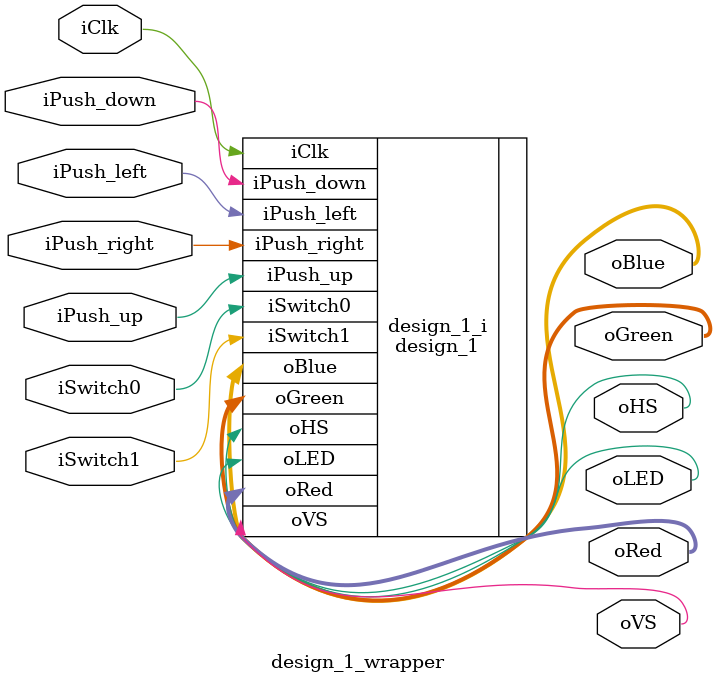
<source format=v>
`timescale 1 ps / 1 ps

module design_1_wrapper
   (iClk,
    iPush_down,
    iPush_left,
    iPush_right,
    iPush_up,
    iSwitch0,
    iSwitch1,
    oBlue,
    oGreen,
    oHS,
    oLED,
    oRed,
    oVS);
  input iClk;
  input iPush_down;
  input iPush_left;
  input iPush_right;
  input iPush_up;
  input iSwitch0;
  input iSwitch1;
  output [3:0]oBlue;
  output [3:0]oGreen;
  output oHS;
  output oLED;
  output [3:0]oRed;
  output oVS;

  wire iClk;
  wire iPush_down;
  wire iPush_left;
  wire iPush_right;
  wire iPush_up;
  wire iSwitch0;
  wire iSwitch1;
  wire [3:0]oBlue;
  wire [3:0]oGreen;
  wire oHS;
  wire oLED;
  wire [3:0]oRed;
  wire oVS;

  design_1 design_1_i
       (.iClk(iClk),
        .iPush_down(iPush_down),
        .iPush_left(iPush_left),
        .iPush_right(iPush_right),
        .iPush_up(iPush_up),
        .iSwitch0(iSwitch0),
        .iSwitch1(iSwitch1),
        .oBlue(oBlue),
        .oGreen(oGreen),
        .oHS(oHS),
        .oLED(oLED),
        .oRed(oRed),
        .oVS(oVS));
endmodule

</source>
